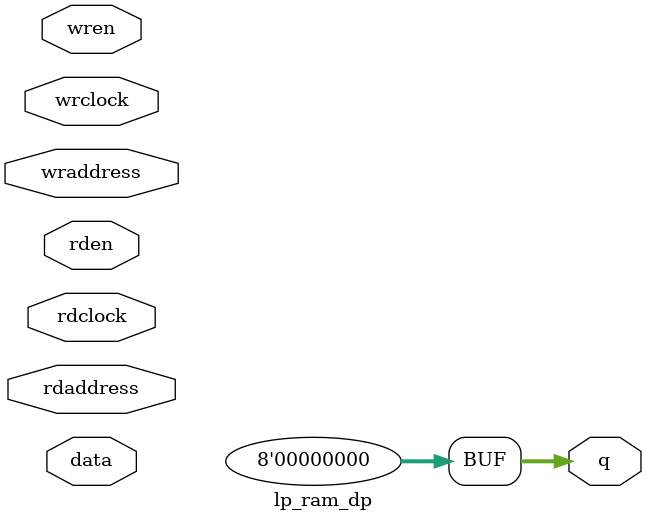
<source format=v>
module lp_ram_dp(	// file.cleaned.mlir:2:3
  input  [7:0]  data,	// file.cleaned.mlir:2:27
  input  [12:0] rdaddress,	// file.cleaned.mlir:2:42
  input         rdclock,	// file.cleaned.mlir:2:63
                rden,	// file.cleaned.mlir:2:81
  input  [12:0] wraddress,	// file.cleaned.mlir:2:96
  input         wrclock,	// file.cleaned.mlir:2:117
                wren,	// file.cleaned.mlir:2:135
  output [7:0]  q	// file.cleaned.mlir:2:151
);

  assign q = 8'h0;	// file.cleaned.mlir:3:14, :4:5
endmodule


</source>
